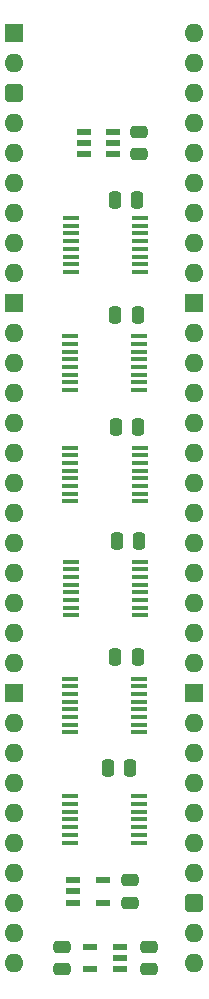
<source format=gts>
%TF.GenerationSoftware,KiCad,Pcbnew,7.0.5*%
%TF.CreationDate,2024-02-26T20:11:21+02:00*%
%TF.ProjectId,Video Address Selector,56696465-6f20-4416-9464-726573732053,rev?*%
%TF.SameCoordinates,PX6d01460PY32de760*%
%TF.FileFunction,Soldermask,Top*%
%TF.FilePolarity,Negative*%
%FSLAX46Y46*%
G04 Gerber Fmt 4.6, Leading zero omitted, Abs format (unit mm)*
G04 Created by KiCad (PCBNEW 7.0.5) date 2024-02-26 20:11:21*
%MOMM*%
%LPD*%
G01*
G04 APERTURE LIST*
G04 Aperture macros list*
%AMRoundRect*
0 Rectangle with rounded corners*
0 $1 Rounding radius*
0 $2 $3 $4 $5 $6 $7 $8 $9 X,Y pos of 4 corners*
0 Add a 4 corners polygon primitive as box body*
4,1,4,$2,$3,$4,$5,$6,$7,$8,$9,$2,$3,0*
0 Add four circle primitives for the rounded corners*
1,1,$1+$1,$2,$3*
1,1,$1+$1,$4,$5*
1,1,$1+$1,$6,$7*
1,1,$1+$1,$8,$9*
0 Add four rect primitives between the rounded corners*
20,1,$1+$1,$2,$3,$4,$5,0*
20,1,$1+$1,$4,$5,$6,$7,0*
20,1,$1+$1,$6,$7,$8,$9,0*
20,1,$1+$1,$8,$9,$2,$3,0*%
G04 Aperture macros list end*
%ADD10R,1.600000X1.600000*%
%ADD11O,1.600000X1.600000*%
%ADD12RoundRect,0.400000X-0.400000X-0.400000X0.400000X-0.400000X0.400000X0.400000X-0.400000X0.400000X0*%
%ADD13RoundRect,0.250000X0.250000X0.475000X-0.250000X0.475000X-0.250000X-0.475000X0.250000X-0.475000X0*%
%ADD14R,1.250000X0.600000*%
%ADD15R,1.450000X0.450000*%
%ADD16R,1.150000X0.600000*%
%ADD17R,1.475000X0.450000*%
%ADD18RoundRect,0.250000X0.475000X-0.250000X0.475000X0.250000X-0.475000X0.250000X-0.475000X-0.250000X0*%
%ADD19RoundRect,0.250000X-0.475000X0.250000X-0.475000X-0.250000X0.475000X-0.250000X0.475000X0.250000X0*%
G04 APERTURE END LIST*
D10*
%TO.C,J1*%
X0Y0D03*
D11*
X0Y-2540000D03*
D12*
X0Y-5080000D03*
D11*
X0Y-7620000D03*
X0Y-10160000D03*
X0Y-12700000D03*
X0Y-15240000D03*
X0Y-17780000D03*
X0Y-20320000D03*
D10*
X0Y-22860000D03*
D11*
X0Y-25400000D03*
X0Y-27940000D03*
X0Y-30480000D03*
X0Y-33020000D03*
X0Y-35560000D03*
X0Y-38100000D03*
X0Y-40640000D03*
X0Y-43180000D03*
X0Y-45720000D03*
X0Y-48260000D03*
X0Y-50800000D03*
X0Y-53340000D03*
D10*
X0Y-55880000D03*
D11*
X0Y-58420000D03*
X0Y-60960000D03*
X0Y-63500000D03*
X0Y-66040000D03*
X0Y-68580000D03*
X0Y-71120000D03*
X0Y-73660000D03*
X0Y-76200000D03*
X0Y-78740000D03*
X15240000Y-78740000D03*
X15240000Y-76200000D03*
D12*
X15240000Y-73660000D03*
D11*
X15240000Y-71120000D03*
X15240000Y-68580000D03*
X15240000Y-66040000D03*
X15240000Y-63500000D03*
X15240000Y-60960000D03*
X15240000Y-58420000D03*
D10*
X15240000Y-55880000D03*
D11*
X15240000Y-53340000D03*
X15240000Y-50800000D03*
X15240000Y-48260000D03*
X15240000Y-45720000D03*
X15240000Y-43180000D03*
X15240000Y-40640000D03*
X15240000Y-38100000D03*
X15240000Y-35560000D03*
X15240000Y-33020000D03*
X15240000Y-30480000D03*
X15240000Y-27940000D03*
X15240000Y-25400000D03*
D10*
X15240000Y-22860000D03*
D11*
X15240000Y-20320000D03*
X15240000Y-17780000D03*
X15240000Y-15240000D03*
X15240000Y-12700000D03*
X15240000Y-10160000D03*
X15240000Y-7620000D03*
X15240000Y-5080000D03*
X15240000Y-2540000D03*
X15240000Y0D03*
%TD*%
D13*
%TO.C,C6*%
X10484400Y-33345120D03*
X8584400Y-33345120D03*
%TD*%
D14*
%TO.C,IC9*%
X5862000Y-8321000D03*
X5862000Y-9271000D03*
X5862000Y-10221000D03*
X8362000Y-10221000D03*
X8362000Y-9271000D03*
X8362000Y-8321000D03*
%TD*%
D15*
%TO.C,IC8*%
X4822000Y-15632000D03*
X4822000Y-16282000D03*
X4822000Y-16932000D03*
X4822000Y-17582000D03*
X4822000Y-18232000D03*
X4822000Y-18882000D03*
X4822000Y-19532000D03*
X4822000Y-20182000D03*
X10672000Y-20182000D03*
X10672000Y-19532000D03*
X10672000Y-18882000D03*
X10672000Y-18232000D03*
X10672000Y-17582000D03*
X10672000Y-16932000D03*
X10672000Y-16282000D03*
X10672000Y-15632000D03*
%TD*%
%TO.C,IC7*%
X10545000Y-25634520D03*
X10545000Y-26284520D03*
X10545000Y-26934520D03*
X10545000Y-27584520D03*
X10545000Y-28234520D03*
X10545000Y-28884520D03*
X10545000Y-29534520D03*
X10545000Y-30184520D03*
X4695000Y-30184520D03*
X4695000Y-29534520D03*
X4695000Y-28884520D03*
X4695000Y-28234520D03*
X4695000Y-27584520D03*
X4695000Y-26934520D03*
X4695000Y-26284520D03*
X4695000Y-25634520D03*
%TD*%
%TO.C,IC6*%
X4745800Y-35063000D03*
X4745800Y-35713000D03*
X4745800Y-36363000D03*
X4745800Y-37013000D03*
X4745800Y-37663000D03*
X4745800Y-38313000D03*
X4745800Y-38963000D03*
X4745800Y-39613000D03*
X10595800Y-39613000D03*
X10595800Y-38963000D03*
X10595800Y-38313000D03*
X10595800Y-37663000D03*
X10595800Y-37013000D03*
X10595800Y-36363000D03*
X10595800Y-35713000D03*
X10595800Y-35063000D03*
%TD*%
D16*
%TO.C,IC5*%
X8970800Y-79248000D03*
X8970800Y-78298000D03*
X8970800Y-77348000D03*
X6370800Y-77348000D03*
X6370800Y-79248000D03*
%TD*%
D15*
%TO.C,IC4*%
X4822000Y-44715000D03*
X4822000Y-45365000D03*
X4822000Y-46015000D03*
X4822000Y-46665000D03*
X4822000Y-47315000D03*
X4822000Y-47965000D03*
X4822000Y-48615000D03*
X4822000Y-49265000D03*
X10672000Y-49265000D03*
X10672000Y-48615000D03*
X10672000Y-47965000D03*
X10672000Y-47315000D03*
X10672000Y-46665000D03*
X10672000Y-46015000D03*
X10672000Y-45365000D03*
X10672000Y-44715000D03*
%TD*%
%TO.C,IC3*%
X4695000Y-54621000D03*
X4695000Y-55271000D03*
X4695000Y-55921000D03*
X4695000Y-56571000D03*
X4695000Y-57221000D03*
X4695000Y-57871000D03*
X4695000Y-58521000D03*
X4695000Y-59171000D03*
X10545000Y-59171000D03*
X10545000Y-58521000D03*
X10545000Y-57871000D03*
X10545000Y-57221000D03*
X10545000Y-56571000D03*
X10545000Y-55921000D03*
X10545000Y-55271000D03*
X10545000Y-54621000D03*
%TD*%
D14*
%TO.C,IC2*%
X4973000Y-71694000D03*
X4973000Y-72644000D03*
X4973000Y-73594000D03*
X7473000Y-73594000D03*
X7473000Y-71694000D03*
%TD*%
D17*
%TO.C,IC1*%
X4665000Y-64598000D03*
X4665000Y-65248000D03*
X4665000Y-65898000D03*
X4665000Y-66548000D03*
X4665000Y-67198000D03*
X4665000Y-67848000D03*
X4665000Y-68498000D03*
X10541000Y-68498000D03*
X10541000Y-67848000D03*
X10541000Y-67198000D03*
X10541000Y-66548000D03*
X10541000Y-65898000D03*
X10541000Y-65248000D03*
X10541000Y-64598000D03*
%TD*%
D18*
%TO.C,C5*%
X3987800Y-79232000D03*
X3987800Y-77332000D03*
%TD*%
D13*
%TO.C,C2*%
X10408200Y-14112275D03*
X8508200Y-14112275D03*
%TD*%
D18*
%TO.C,C4*%
X11353800Y-79232000D03*
X11353800Y-77332000D03*
%TD*%
D19*
%TO.C,C9*%
X10541000Y-8337000D03*
X10541000Y-10237000D03*
%TD*%
D13*
%TO.C,C3*%
X10433600Y-23876000D03*
X8533600Y-23876000D03*
%TD*%
%TO.C,C7*%
X10560600Y-42986960D03*
X8660600Y-42986960D03*
%TD*%
%TO.C,C1*%
X9807000Y-62230000D03*
X7907000Y-62230000D03*
%TD*%
D19*
%TO.C,C10*%
X9779000Y-71710000D03*
X9779000Y-73610000D03*
%TD*%
D13*
%TO.C,C8*%
X10433600Y-52832000D03*
X8533600Y-52832000D03*
%TD*%
M02*

</source>
